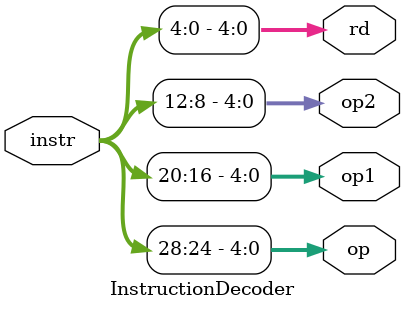
<source format=v>
module InstructionDecoder(
    input  [31:0] instr,
    output [4:0] op,
    output [4:0] op1,
    output [4:0] op2,
    output [4:0] rd
);

assign op  = instr[31:24];
assign op1 = instr[23:16];
assign op2 = instr[15:8];
assign rd  = instr[7:0];

endmodule


</source>
